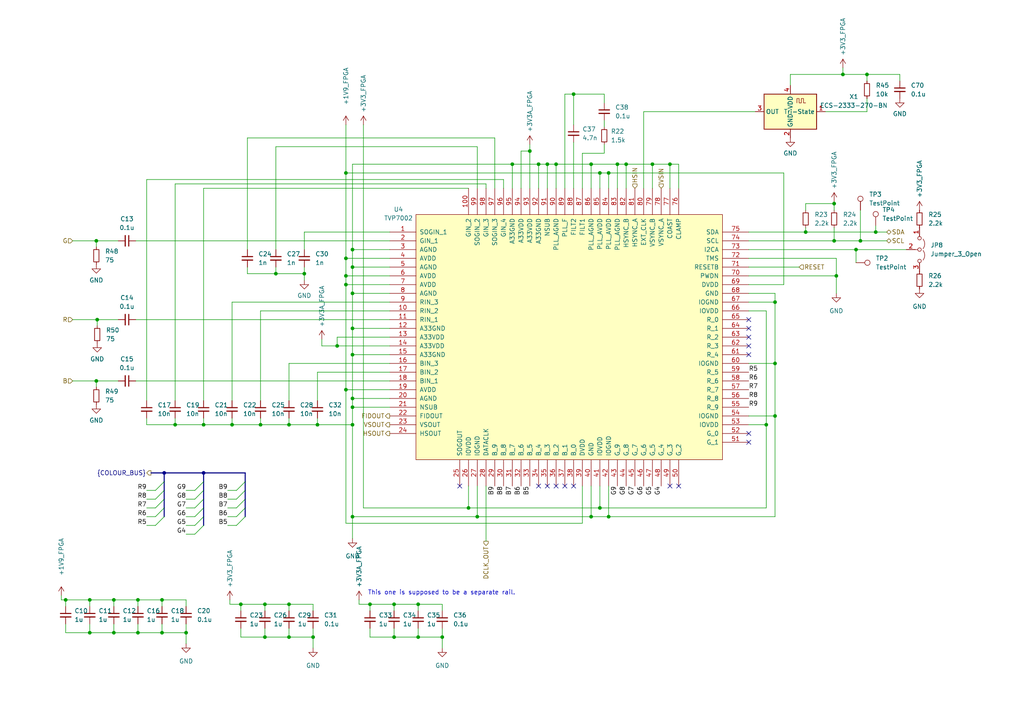
<source format=kicad_sch>
(kicad_sch (version 20211123) (generator eeschema)
  (paper "A4")
  (title_block (title "VGA Centrifuge") (date "2022-09-30") (rev "R1") (comment 1 "Author: Paolo Celati") (comment 2 "VGA ADC"))
  (junction (at 194.31 47.625))
  (junction (at 102.235 102.87))
  (junction (at 241.935 59.055))
  (junction (at 148.59 47.625))
  (junction (at 100.33 74.93))
  (junction (at 102.235 115.57))
  (junction (at 102.235 123.19))
  (junction (at 46.99 183.515))
  (junction (at 241.935 69.85))
  (junction (at 59.055 137.16))
  (junction (at 33.02 183.515))
  (junction (at 189.23 47.625))
  (junction (at 248.285 72.39))
  (junction (at 28.194 92.71))
  (junction (at 102.235 118.11))
  (junction (at 19.05 173.99))
  (junction (at 233.68 67.31))
  (junction (at 128.27 184.785))
  (junction (at 135.89 147.32))
  (junction (at 179.07 47.625))
  (junction (at 100.33 50.165))
  (junction (at 83.82 184.785))
  (junction (at 59.055 123.19))
  (junction (at 53.975 183.515))
  (junction (at 33.02 173.99))
  (junction (at 181.61 47.625))
  (junction (at 47.625 137.16))
  (junction (at 100.33 113.03))
  (junction (at 224.79 87.63))
  (junction (at 76.835 175.26))
  (junction (at 83.82 123.19))
  (junction (at 171.45 149.86))
  (junction (at 102.235 149.86))
  (junction (at 176.53 50.165))
  (junction (at 222.25 123.19))
  (junction (at 100.33 82.55))
  (junction (at 76.835 184.785))
  (junction (at 173.99 50.165))
  (junction (at 173.99 147.32))
  (junction (at 26.035 173.99))
  (junction (at 138.43 149.86))
  (junction (at 251.46 21.59))
  (junction (at 46.99 173.99))
  (junction (at 83.82 175.26))
  (junction (at 254 67.31))
  (junction (at 75.565 123.19))
  (junction (at 102.235 72.39))
  (junction (at 224.79 105.41))
  (junction (at 224.79 120.65))
  (junction (at 50.8 123.19))
  (junction (at 114.3 184.785))
  (junction (at 166.37 27.305))
  (junction (at 242.57 80.01))
  (junction (at 97.79 100.33))
  (junction (at 171.45 47.625))
  (junction (at 102.235 85.09))
  (junction (at 40.005 173.99))
  (junction (at 67.31 123.19))
  (junction (at 121.285 175.26))
  (junction (at 158.75 47.625))
  (junction (at 92.075 123.19))
  (junction (at 107.315 175.26))
  (junction (at 176.53 149.86))
  (junction (at 40.005 183.515))
  (junction (at 27.94 69.85))
  (junction (at 88.265 79.375))
  (junction (at 121.285 184.785))
  (junction (at 26.035 183.515))
  (junction (at 156.21 47.625))
  (junction (at 249.555 69.85))
  (junction (at 153.67 43.815))
  (junction (at 161.29 47.625))
  (junction (at 90.805 184.785))
  (junction (at 114.3 175.26))
  (junction (at 27.94 110.49))
  (junction (at 80.01 79.375))
  (junction (at 102.235 95.25))
  (junction (at 100.33 80.01))
  (junction (at 69.85 175.26))
  (junction (at 102.235 77.47))
  (junction (at 244.475 21.59))
  (no_connect (at 166.37 140.97))
  (no_connect (at 163.83 140.97))
  (no_connect (at 161.29 140.97))
  (no_connect (at 158.75 140.97))
  (no_connect (at 156.21 140.97))
  (no_connect (at 217.17 95.25))
  (no_connect (at 217.17 92.71))
  (no_connect (at 196.85 140.97))
  (no_connect (at 217.17 128.27))
  (no_connect (at 217.17 125.73))
  (no_connect (at 217.17 102.87))
  (no_connect (at 217.17 100.33))
  (no_connect (at 217.17 97.79))
  (no_connect (at 194.31 140.97))
  (no_connect (at 133.35 140.97))
  (bus_entry (at 56.515 142.24) (size 2.54 -2.54))
  (bus_entry (at 45.085 142.24) (size 2.54 -2.54))
  (bus_entry (at 45.085 152.4) (size 2.54 -2.54))
  (bus_entry (at 68.58 142.24) (size 2.54 -2.54))
  (bus_entry (at 56.515 147.32) (size 2.54 -2.54))
  (bus_entry (at 68.58 144.78) (size 2.54 -2.54))
  (bus_entry (at 56.515 149.86) (size 2.54 -2.54))
  (bus_entry (at 68.58 152.4) (size 2.54 -2.54))
  (bus_entry (at 45.085 147.32) (size 2.54 -2.54))
  (bus_entry (at 56.515 144.78) (size 2.54 -2.54))
  (bus_entry (at 56.515 152.4) (size 2.54 -2.54))
  (bus_entry (at 68.58 147.32) (size 2.54 -2.54))
  (bus_entry (at 45.085 149.86) (size 2.54 -2.54))
  (bus_entry (at 56.515 154.94) (size 2.54 -2.54))
  (bus_entry (at 45.085 144.78) (size 2.54 -2.54))
  (bus_entry (at 68.58 149.86) (size 2.54 -2.54))
  (wire (pts (xy 151.13 54.61) (xy 151.13 43.815)))
  (wire (pts (xy 217.17 72.39) (xy 248.285 72.39)))
  (wire (pts (xy 19.05 173.99) (xy 19.05 175.895)))
  (wire (pts (xy 83.82 177.165) (xy 83.82 175.26)))
  (wire (pts (xy 135.89 140.97) (xy 135.89 147.32)))
  (wire (pts (xy 217.17 120.65) (xy 224.79 120.65)))
  (bus (pts (xy 47.625 144.78) (xy 47.625 142.24)))
  (wire (pts (xy 113.03 87.63) (xy 67.31 87.63)))
  (wire (pts (xy 175.26 44.45) (xy 168.91 44.45)))
  (wire (pts (xy 50.8 53.34) (xy 140.97 53.34)))
  (wire (pts (xy 189.23 54.61) (xy 189.23 47.625)))
  (wire (pts (xy 107.315 175.26) (xy 107.315 177.165)))
  (wire (pts (xy 239.395 32.385) (xy 251.46 32.385)))
  (wire (pts (xy 181.61 47.625) (xy 189.23 47.625)))
  (wire (pts (xy 83.82 184.785) (xy 90.805 184.785)))
  (wire (pts (xy 173.99 50.165) (xy 176.53 50.165)))
  (wire (pts (xy 113.03 90.17) (xy 75.565 90.17)))
  (wire (pts (xy 156.21 54.61) (xy 156.21 47.625)))
  (wire (pts (xy 88.265 67.31) (xy 88.265 72.39)))
  (wire (pts (xy 143.51 54.61) (xy 143.51 40.005)))
  (wire (pts (xy 224.79 120.65) (xy 224.79 149.86)))
  (wire (pts (xy 100.33 36.195) (xy 100.33 50.165)))
  (wire (pts (xy 168.91 44.45) (xy 168.91 54.61)))
  (wire (pts (xy 26.035 173.99) (xy 33.02 173.99)))
  (wire (pts (xy 46.99 175.895) (xy 46.99 173.99)))
  (wire (pts (xy 102.235 118.11) (xy 113.03 118.11)))
  (bus (pts (xy 59.055 147.32) (xy 59.055 144.78)))
  (wire (pts (xy 241.935 58.42) (xy 241.935 59.055)))
  (bus (pts (xy 71.12 144.78) (xy 71.12 142.24)))
  (wire (pts (xy 260.985 21.59) (xy 251.46 21.59)))
  (wire (pts (xy 105.41 147.32) (xy 135.89 147.32)))
  (bus (pts (xy 71.12 149.86) (xy 71.12 147.32)))
  (wire (pts (xy 171.45 54.61) (xy 171.45 47.625)))
  (bus (pts (xy 47.625 139.7) (xy 47.625 137.16)))
  (wire (pts (xy 102.235 72.39) (xy 113.03 72.39)))
  (wire (pts (xy 76.835 184.785) (xy 83.82 184.785)))
  (wire (pts (xy 90.805 182.245) (xy 90.805 184.785)))
  (wire (pts (xy 83.82 182.245) (xy 83.82 184.785)))
  (wire (pts (xy 113.03 113.03) (xy 100.33 113.03)))
  (wire (pts (xy 100.33 82.55) (xy 100.33 113.03)))
  (wire (pts (xy 80.01 77.47) (xy 80.01 79.375)))
  (wire (pts (xy 42.545 147.32) (xy 45.085 147.32)))
  (wire (pts (xy 59.055 54.61) (xy 59.055 116.205)))
  (wire (pts (xy 121.285 177.165) (xy 121.285 175.26)))
  (wire (pts (xy 21.082 69.85) (xy 27.94 69.85)))
  (wire (pts (xy 42.545 123.19) (xy 50.8 123.19)))
  (wire (pts (xy 217.17 82.55) (xy 227.33 82.55)))
  (bus (pts (xy 59.055 144.78) (xy 59.055 142.24)))
  (wire (pts (xy 102.235 47.625) (xy 102.235 72.39)))
  (bus (pts (xy 59.055 149.86) (xy 59.055 147.32)))
  (wire (pts (xy 217.17 69.85) (xy 241.935 69.85)))
  (wire (pts (xy 176.53 50.165) (xy 227.33 50.165)))
  (bus (pts (xy 59.055 149.86) (xy 59.055 152.4)))
  (wire (pts (xy 254 67.31) (xy 257.175 67.31)))
  (wire (pts (xy 92.075 121.285) (xy 92.075 123.19)))
  (bus (pts (xy 71.12 139.7) (xy 71.12 137.16)))
  (wire (pts (xy 163.83 27.305) (xy 166.37 27.305)))
  (wire (pts (xy 233.68 59.055) (xy 233.68 60.96)))
  (wire (pts (xy 224.79 87.63) (xy 224.79 105.41)))
  (wire (pts (xy 217.17 80.01) (xy 242.57 80.01)))
  (wire (pts (xy 176.53 140.97) (xy 176.53 149.86)))
  (wire (pts (xy 26.035 175.895) (xy 26.035 173.99)))
  (wire (pts (xy 224.79 85.09) (xy 224.79 87.63)))
  (wire (pts (xy 71.755 77.47) (xy 71.755 79.375)))
  (wire (pts (xy 33.02 183.515) (xy 40.005 183.515)))
  (wire (pts (xy 100.33 80.01) (xy 100.33 82.55)))
  (wire (pts (xy 67.31 87.63) (xy 67.31 116.205)))
  (wire (pts (xy 171.45 47.625) (xy 179.07 47.625)))
  (wire (pts (xy 138.43 54.61) (xy 138.43 42.545)))
  (wire (pts (xy 66.04 149.86) (xy 68.58 149.86)))
  (wire (pts (xy 40.005 173.99) (xy 46.99 173.99)))
  (wire (pts (xy 146.05 54.61) (xy 146.05 52.07)))
  (bus (pts (xy 47.625 147.32) (xy 47.625 144.78)))
  (wire (pts (xy 114.3 175.26) (xy 121.285 175.26)))
  (wire (pts (xy 40.005 180.975) (xy 40.005 183.515)))
  (wire (pts (xy 53.975 154.94) (xy 56.515 154.94)))
  (wire (pts (xy 107.315 182.245) (xy 107.315 184.785)))
  (wire (pts (xy 28.194 94.488) (xy 28.194 92.71)))
  (wire (pts (xy 88.265 79.375) (xy 88.265 81.28)))
  (wire (pts (xy 175.26 27.305) (xy 166.37 27.305)))
  (wire (pts (xy 26.035 180.975) (xy 26.035 183.515)))
  (wire (pts (xy 27.94 112.268) (xy 27.94 110.49)))
  (bus (pts (xy 59.055 142.24) (xy 59.055 139.7)))
  (wire (pts (xy 107.315 175.26) (xy 114.3 175.26)))
  (wire (pts (xy 217.17 85.09) (xy 224.79 85.09)))
  (wire (pts (xy 53.975 152.4) (xy 56.515 152.4)))
  (wire (pts (xy 21.082 110.49) (xy 27.94 110.49)))
  (wire (pts (xy 102.235 149.86) (xy 102.235 156.21)))
  (wire (pts (xy 107.315 175.26) (xy 104.14 175.26)))
  (wire (pts (xy 217.17 90.17) (xy 222.25 90.17)))
  (wire (pts (xy 33.02 173.99) (xy 40.005 173.99)))
  (wire (pts (xy 249.555 69.85) (xy 257.175 69.85)))
  (wire (pts (xy 189.23 47.625) (xy 194.31 47.625)))
  (wire (pts (xy 17.78 172.72) (xy 17.78 173.99)))
  (wire (pts (xy 69.85 175.26) (xy 69.85 177.165)))
  (wire (pts (xy 128.27 182.245) (xy 128.27 184.785)))
  (wire (pts (xy 27.94 110.49) (xy 34.29 110.49)))
  (wire (pts (xy 153.67 41.91) (xy 153.67 43.815)))
  (wire (pts (xy 113.03 74.93) (xy 100.33 74.93)))
  (wire (pts (xy 128.27 184.785) (xy 128.27 187.96)))
  (wire (pts (xy 102.235 115.57) (xy 102.235 118.11)))
  (wire (pts (xy 66.04 144.78) (xy 68.58 144.78)))
  (wire (pts (xy 217.17 87.63) (xy 224.79 87.63)))
  (wire (pts (xy 69.85 175.26) (xy 66.675 175.26)))
  (wire (pts (xy 114.3 182.245) (xy 114.3 184.785)))
  (wire (pts (xy 179.07 47.625) (xy 181.61 47.625)))
  (wire (pts (xy 42.545 121.285) (xy 42.545 123.19)))
  (wire (pts (xy 168.91 140.97) (xy 168.91 151.765)))
  (wire (pts (xy 100.33 50.165) (xy 173.99 50.165)))
  (wire (pts (xy 59.055 121.285) (xy 59.055 123.19)))
  (wire (pts (xy 143.51 40.005) (xy 71.755 40.005)))
  (wire (pts (xy 175.26 41.91) (xy 175.26 44.45)))
  (wire (pts (xy 53.975 147.32) (xy 56.515 147.32)))
  (wire (pts (xy 244.475 19.685) (xy 244.475 21.59)))
  (wire (pts (xy 114.3 184.785) (xy 121.285 184.785)))
  (wire (pts (xy 140.97 53.34) (xy 140.97 54.61)))
  (wire (pts (xy 242.57 74.93) (xy 242.57 80.01)))
  (wire (pts (xy 102.235 95.25) (xy 102.235 102.87)))
  (wire (pts (xy 242.57 80.01) (xy 242.57 85.09)))
  (wire (pts (xy 69.85 182.245) (xy 69.85 184.785)))
  (wire (pts (xy 156.21 47.625) (xy 158.75 47.625)))
  (wire (pts (xy 100.33 50.165) (xy 100.33 74.93)))
  (wire (pts (xy 53.975 149.86) (xy 56.515 149.86)))
  (wire (pts (xy 83.82 121.285) (xy 83.82 123.19)))
  (wire (pts (xy 217.17 67.31) (xy 233.68 67.31)))
  (wire (pts (xy 102.235 77.47) (xy 102.235 72.39)))
  (wire (pts (xy 83.82 105.41) (xy 83.82 116.205)))
  (wire (pts (xy 92.075 107.95) (xy 92.075 116.205)))
  (wire (pts (xy 102.235 77.47) (xy 113.03 77.47)))
  (wire (pts (xy 138.43 140.97) (xy 138.43 149.86)))
  (wire (pts (xy 254 65.405) (xy 254 67.31)))
  (wire (pts (xy 219.075 32.385) (xy 186.69 32.385)))
  (wire (pts (xy 53.975 142.24) (xy 56.515 142.24)))
  (wire (pts (xy 121.285 175.26) (xy 128.27 175.26)))
  (wire (pts (xy 59.055 123.19) (xy 67.31 123.19)))
  (wire (pts (xy 88.265 77.47) (xy 88.265 79.375)))
  (wire (pts (xy 251.46 21.59) (xy 244.475 21.59)))
  (wire (pts (xy 224.79 105.41) (xy 224.79 120.65)))
  (wire (pts (xy 53.975 144.78) (xy 56.515 144.78)))
  (wire (pts (xy 102.235 47.625) (xy 148.59 47.625)))
  (wire (pts (xy 90.805 177.165) (xy 90.805 175.26)))
  (wire (pts (xy 100.33 113.03) (xy 100.33 151.765)))
  (wire (pts (xy 105.41 36.195) (xy 105.41 147.32)))
  (wire (pts (xy 135.89 147.32) (xy 173.99 147.32)))
  (wire (pts (xy 42.545 152.4) (xy 45.085 152.4)))
  (wire (pts (xy 171.45 149.86) (xy 176.53 149.86)))
  (wire (pts (xy 121.285 182.245) (xy 121.285 184.785)))
  (wire (pts (xy 113.03 97.79) (xy 97.79 97.79)))
  (wire (pts (xy 83.82 175.26) (xy 90.805 175.26)))
  (wire (pts (xy 114.3 177.165) (xy 114.3 175.26)))
  (wire (pts (xy 173.99 54.61) (xy 173.99 50.165)))
  (wire (pts (xy 166.37 27.305) (xy 166.37 36.195)))
  (wire (pts (xy 107.315 184.785) (xy 114.3 184.785)))
  (wire (pts (xy 140.97 140.97) (xy 140.97 156.972)))
  (wire (pts (xy 217.17 123.19) (xy 222.25 123.19)))
  (wire (pts (xy 71.755 40.005) (xy 71.755 72.39)))
  (wire (pts (xy 227.33 82.55) (xy 227.33 50.165)))
  (wire (pts (xy 135.89 54.61) (xy 59.055 54.61)))
  (wire (pts (xy 102.235 123.19) (xy 102.235 149.86)))
  (wire (pts (xy 76.835 177.165) (xy 76.835 175.26)))
  (wire (pts (xy 244.475 21.59) (xy 229.235 21.59)))
  (wire (pts (xy 176.53 54.61) (xy 176.53 50.165)))
  (wire (pts (xy 121.285 184.785) (xy 128.27 184.785)))
  (wire (pts (xy 66.04 147.32) (xy 68.58 147.32)))
  (wire (pts (xy 28.194 92.71) (xy 34.29 92.71)))
  (wire (pts (xy 248.285 72.39) (xy 262.89 72.39)))
  (wire (pts (xy 39.37 92.71) (xy 113.03 92.71)))
  (bus (pts (xy 59.055 139.7) (xy 59.055 137.16)))
  (wire (pts (xy 40.005 183.515) (xy 46.99 183.515)))
  (wire (pts (xy 146.05 52.07) (xy 42.545 52.07)))
  (wire (pts (xy 186.69 32.385) (xy 186.69 54.61)))
  (wire (pts (xy 153.67 43.815) (xy 153.67 54.61)))
  (wire (pts (xy 69.85 184.785) (xy 76.835 184.785)))
  (wire (pts (xy 148.59 47.625) (xy 156.21 47.625)))
  (wire (pts (xy 39.37 110.49) (xy 113.03 110.49)))
  (wire (pts (xy 251.46 23.495) (xy 251.46 21.59)))
  (wire (pts (xy 40.005 175.895) (xy 40.005 173.99)))
  (wire (pts (xy 71.755 79.375) (xy 80.01 79.375)))
  (wire (pts (xy 161.29 47.625) (xy 171.45 47.625)))
  (wire (pts (xy 80.01 42.545) (xy 80.01 72.39)))
  (wire (pts (xy 233.68 66.04) (xy 233.68 67.31)))
  (wire (pts (xy 50.8 121.285) (xy 50.8 123.19)))
  (wire (pts (xy 113.03 107.95) (xy 92.075 107.95)))
  (wire (pts (xy 92.075 123.19) (xy 102.235 123.19)))
  (wire (pts (xy 113.03 105.41) (xy 83.82 105.41)))
  (wire (pts (xy 102.235 102.87) (xy 102.235 115.57)))
  (wire (pts (xy 241.935 60.96) (xy 241.935 59.055)))
  (wire (pts (xy 93.345 100.33) (xy 93.345 98.425)))
  (wire (pts (xy 19.05 183.515) (xy 26.035 183.515)))
  (wire (pts (xy 75.565 90.17) (xy 75.565 116.205)))
  (wire (pts (xy 158.75 47.625) (xy 161.29 47.625)))
  (bus (pts (xy 47.625 137.16) (xy 59.055 137.16)))
  (wire (pts (xy 53.975 175.895) (xy 53.975 173.99)))
  (wire (pts (xy 46.99 183.515) (xy 53.975 183.515)))
  (wire (pts (xy 42.545 142.24) (xy 45.085 142.24)))
  (wire (pts (xy 113.03 115.57) (xy 102.235 115.57)))
  (wire (pts (xy 53.975 183.515) (xy 53.975 186.69)))
  (wire (pts (xy 42.545 149.86) (xy 45.085 149.86)))
  (wire (pts (xy 217.17 105.41) (xy 224.79 105.41)))
  (wire (pts (xy 113.03 82.55) (xy 100.33 82.55)))
  (wire (pts (xy 83.82 123.19) (xy 92.075 123.19)))
  (wire (pts (xy 90.805 184.785) (xy 90.805 187.96)))
  (wire (pts (xy 102.235 102.87) (xy 113.03 102.87)))
  (bus (pts (xy 71.12 147.32) (xy 71.12 144.78)))
  (wire (pts (xy 102.235 118.11) (xy 102.235 123.19)))
  (wire (pts (xy 67.31 121.285) (xy 67.31 123.19)))
  (wire (pts (xy 173.99 140.97) (xy 173.99 147.32)))
  (wire (pts (xy 67.31 123.19) (xy 75.565 123.19)))
  (wire (pts (xy 217.17 74.93) (xy 242.57 74.93)))
  (wire (pts (xy 229.235 21.59) (xy 229.235 24.765)))
  (wire (pts (xy 128.27 177.165) (xy 128.27 175.26)))
  (wire (pts (xy 33.02 180.975) (xy 33.02 183.515)))
  (wire (pts (xy 76.835 182.245) (xy 76.835 184.785)))
  (wire (pts (xy 233.68 67.31) (xy 254 67.31)))
  (wire (pts (xy 80.01 79.375) (xy 88.265 79.375)))
  (wire (pts (xy 181.61 54.61) (xy 181.61 47.625)))
  (wire (pts (xy 158.75 54.61) (xy 158.75 47.625)))
  (wire (pts (xy 33.02 173.99) (xy 33.02 175.895)))
  (wire (pts (xy 113.03 95.25) (xy 102.235 95.25)))
  (wire (pts (xy 97.79 100.33) (xy 93.345 100.33)))
  (bus (pts (xy 59.055 137.16) (xy 71.12 137.16)))
  (wire (pts (xy 161.29 54.61) (xy 161.29 47.625)))
  (wire (pts (xy 76.835 175.26) (xy 83.82 175.26)))
  (wire (pts (xy 27.94 69.85) (xy 34.29 69.85)))
  (wire (pts (xy 50.8 53.34) (xy 50.8 116.205)))
  (wire (pts (xy 260.985 23.495) (xy 260.985 21.59)))
  (wire (pts (xy 241.935 66.04) (xy 241.935 69.85)))
  (wire (pts (xy 171.45 140.97) (xy 171.45 149.86)))
  (wire (pts (xy 222.25 123.19) (xy 222.25 147.32)))
  (wire (pts (xy 50.8 123.19) (xy 59.055 123.19)))
  (wire (pts (xy 241.935 69.85) (xy 249.555 69.85)))
  (wire (pts (xy 196.85 54.61) (xy 196.85 47.625)))
  (wire (pts (xy 66.04 142.24) (xy 68.58 142.24)))
  (wire (pts (xy 175.26 29.845) (xy 175.26 27.305)))
  (wire (pts (xy 19.05 173.99) (xy 26.035 173.99)))
  (wire (pts (xy 26.035 183.515) (xy 33.02 183.515)))
  (wire (pts (xy 42.545 52.07) (xy 42.545 116.205)))
  (wire (pts (xy 75.565 123.19) (xy 83.82 123.19)))
  (wire (pts (xy 113.03 85.09) (xy 102.235 85.09)))
  (bus (pts (xy 47.625 149.86) (xy 47.625 147.32)))
  (wire (pts (xy 17.78 173.99) (xy 19.05 173.99)))
  (bus (pts (xy 47.625 142.24) (xy 47.625 139.7)))
  (wire (pts (xy 241.935 59.055) (xy 233.68 59.055)))
  (wire (pts (xy 194.31 54.61) (xy 194.31 47.625)))
  (bus (pts (xy 43.815 137.16) (xy 47.625 137.16)))
  (wire (pts (xy 148.59 54.61) (xy 148.59 47.625)))
  (wire (pts (xy 88.265 67.31) (xy 113.03 67.31)))
  (wire (pts (xy 194.31 47.625) (xy 196.85 47.625)))
  (wire (pts (xy 179.07 54.61) (xy 179.07 47.625)))
  (wire (pts (xy 66.675 173.99) (xy 66.675 175.26)))
  (wire (pts (xy 75.565 121.285) (xy 75.565 123.19)))
  (wire (pts (xy 166.37 41.275) (xy 166.37 54.61)))
  (wire (pts (xy 27.94 71.628) (xy 27.94 69.85)))
  (wire (pts (xy 66.04 152.4) (xy 68.58 152.4)))
  (wire (pts (xy 251.46 32.385) (xy 251.46 28.575)))
  (wire (pts (xy 102.235 77.47) (xy 102.235 85.09)))
  (wire (pts (xy 175.26 34.925) (xy 175.26 36.83)))
  (wire (pts (xy 102.235 85.09) (xy 102.235 95.25)))
  (wire (pts (xy 46.99 180.975) (xy 46.99 183.515)))
  (wire (pts (xy 69.85 175.26) (xy 76.835 175.26)))
  (wire (pts (xy 248.285 72.39) (xy 248.285 76.2)))
  (wire (pts (xy 173.99 147.32) (xy 222.25 147.32)))
  (wire (pts (xy 39.37 69.85) (xy 113.03 69.85)))
  (wire (pts (xy 42.545 144.78) (xy 45.085 144.78)))
  (wire (pts (xy 102.235 149.86) (xy 138.43 149.86)))
  (wire (pts (xy 53.975 180.975) (xy 53.975 183.515)))
  (wire (pts (xy 231.775 77.47) (xy 217.17 77.47)))
  (wire (pts (xy 222.25 90.17) (xy 222.25 123.19)))
  (wire (pts (xy 163.83 54.61) (xy 163.83 27.305)))
  (wire (pts (xy 138.43 42.545) (xy 80.01 42.545)))
  (wire (pts (xy 100.33 74.93) (xy 100.33 80.01)))
  (wire (pts (xy 97.79 97.79) (xy 97.79 100.33)))
  (wire (pts (xy 104.14 173.99) (xy 104.14 175.26)))
  (wire (pts (xy 113.03 100.33) (xy 97.79 100.33)))
  (wire (pts (xy 249.555 60.96) (xy 249.555 69.85)))
  (wire (pts (xy 151.13 43.815) (xy 153.67 43.815)))
  (wire (pts (xy 46.99 173.99) (xy 53.975 173.99)))
  (wire (pts (xy 19.05 180.975) (xy 19.05 183.515)))
  (wire (pts (xy 113.03 80.01) (xy 100.33 80.01)))
  (bus (pts (xy 71.12 142.24) (xy 71.12 139.7)))
  (wire (pts (xy 224.79 149.86) (xy 176.53 149.86)))
  (wire (pts (xy 21.082 92.71) (xy 28.194 92.71)))
  (wire (pts (xy 168.91 151.765) (xy 100.33 151.765)))
  (wire (pts (xy 138.43 149.86) (xy 171.45 149.86)))
  (text "This one is supposed to be a separate rail." (at 106.68 172.72 0) (effects (font (size 1.27 1.27)) (justify left bottom)))
  (label "R8" (at 42.545 144.78 180))
  (label "R9" (at 217.17 118.11 0))
  (label "G7" (at 184.15 140.97 270))
  (label "B9" (at 66.04 142.24 180))
  (label "B7" (at 66.04 147.32 180))
  (label "R7" (at 42.545 147.32 180))
  (label "B8" (at 146.05 140.97 270))
  (label "G4" (at 53.975 154.94 180))
  (label "G5" (at 189.23 140.97 270))
  (label "B5" (at 66.04 152.4 180))
  (label "R5" (at 42.545 152.4 180))
  (label "B7" (at 148.59 140.97 270))
  (label "R6" (at 217.17 110.49 0))
  (label "R5" (at 217.17 107.95 0))
  (label "G8" (at 53.975 144.78 180))
  (label "G7" (at 53.975 147.32 180))
  (label "R7" (at 217.17 113.03 0))
  (label "B5" (at 153.67 140.97 270))
  (label "B6" (at 66.04 149.86 180))
  (label "B8" (at 66.04 144.78 180))
  (label "G6" (at 53.975 149.86 180))
  (label "G6" (at 186.69 140.97 270))
  (label "B6" (at 151.13 140.97 270))
  (label "G8" (at 181.61 140.97 270))
  (label "G9" (at 53.975 142.24 180))
  (label "G9" (at 179.07 140.97 270))
  (label "R8" (at 217.17 115.57 0))
  (label "G4" (at 191.77 140.97 270))
  (label "R6" (at 42.545 149.86 180))
  (label "G5" (at 53.975 152.4 180))
  (label "R9" (at 42.545 142.24 180))
  (label "B9" (at 143.51 140.97 270))
  (hierarchical_label "SDA" (shape tri_state) (at 257.175 67.31 0))
  (hierarchical_label "G" (shape input) (at 21.082 69.85 180))
  (hierarchical_label "HSOUT" (shape output) (at 113.03 125.73 180))
  (hierarchical_label "FIDOUT" (shape output) (at 113.03 120.65 180))
  (hierarchical_label "{COLOUR_BUS}" (shape output) (at 43.815 137.16 180))
  (hierarchical_label "RESET" (shape input) (at 231.775 77.47 0))
  (hierarchical_label "R" (shape input) (at 21.082 92.71 180))
  (hierarchical_label "B" (shape input) (at 21.082 110.49 180))
  (hierarchical_label "HSIN" (shape input) (at 184.15 54.61 90))
  (hierarchical_label "SCL" (shape tri_state) (at 257.175 69.85 0))
  (hierarchical_label "VSIN" (shape input) (at 191.77 54.61 90))
  (hierarchical_label "VSOUT" (shape output) (at 113.03 123.19 180))
  (hierarchical_label "DCLK_OUT" (shape output) (at 140.97 156.972 270))
  (symbol (lib_id "power:GND") (at 229.235 40.005 0) (unit 1)
    (property "Reference" "#PWR0149" (effects hide))
    (property "Value" "GND" (at 229.235 44.45 0))
  )
  (symbol (lib_id "power:GND") (at 266.7 83.82 0) (unit 1)
    (property "Reference" "#PWR0146" (effects hide))
    (property "Value" "GND" (at 266.7 88.9 0))
  )
  (symbol (lib_id "Device:R_Small") (at 241.935 63.5 0) (unit 1)
    (property "Reference" "R24" (at 244.475 62.2299 0) (effects (justify left)))
    (property "Value" "2.2k" (at 244.475 64.7699 0) (effects (justify left)))
    (property "Footprint" "Resistor_SMD:R_0805_2012Metric_Pad1.20x1.40mm_HandSolder" (effects hide))
    (property "Order Page" "https://no.mouser.com/ProductDetail/Vishay-Dale/CRCW08052K20FKEB?qs=sGAEpiMZZMtlubZbdhIBINvvmcV35a3LmL3hFYkil7g%3D" (effects hide))
  )
  (symbol (lib_id "centrifuge_symbols:+3V3_FPGA") (at 105.41 36.195 0) (unit 1)
    (property "Reference" "#PWR0152" (effects hide))
    (property "Value" "+3V3_FPGA" (at 105.41 32.639 90) (effects (justify left)))
  )
  (symbol (lib_id "Device:C_Small") (at 71.755 74.93 0) (unit 1)
    (property "Reference" "C24" (at 74.93 73.6662 0) (effects (justify left)))
    (property "Value" "1n" (at 74.93 76.2 0) (effects (justify left)))
    (property "Footprint" "Capacitor_SMD:C_0805_2012Metric_Pad1.18x1.45mm_HandSolder" (effects hide))
    (property "Order Page" "https://no.mouser.com/ProductDetail/Walsin/0805B102K250CT?qs=sGAEpiMZZMsh%252B1woXyUXj8%252BuSINP6VixdLYtOO%252BzoyM%3D" (effects hide))
  )
  (symbol (lib_id "Device:R_Small") (at 266.7 81.28 0) (unit 1)
    (property "Reference" "R26" (at 269.24 80.0099 0) (effects (justify left)))
    (property "Value" "2.2k" (at 269.24 82.5499 0) (effects (justify left)))
    (property "Footprint" "Resistor_SMD:R_0805_2012Metric_Pad1.20x1.40mm_HandSolder" (effects hide))
    (property "Order Page" "https://no.mouser.com/ProductDetail/Vishay-Dale/CRCW08052K20FKEB?qs=sGAEpiMZZMtlubZbdhIBINvvmcV35a3LmL3hFYkil7g%3D" (effects hide))
  )
  (symbol (lib_id "Device:C_Small") (at 33.02 178.435 0) (unit 1)
    (property "Reference" "C12" (at 35.56 177.1712 0) (effects (justify left)))
    (property "Value" "1u" (at 35.56 179.7112 0) (effects (justify left)))
    (property "Footprint" "Capacitor_SMD:C_0805_2012Metric_Pad1.18x1.45mm_HandSolder" (effects hide))
    (property "Order Page" "https://no.mouser.com/ProductDetail/Walsin/0805X105K100CT?qs=sGAEpiMZZMsh%252B1woXyUXj6GIMbU2VNPkBXHihtGsekQ%3D" (effects hide))
  )
  (symbol (lib_id "Device:C_Small") (at 36.83 92.71 270) (unit 1)
    (property "Reference" "C14" (at 36.8236 86.36 90))
    (property "Value" "0.1u" (at 36.8236 88.9 90))
    (property "Footprint" "Capacitor_SMD:C_0805_2012Metric_Pad1.18x1.45mm_HandSolder" (effects hide))
    (property "Order Page" "https://no.mouser.com/ProductDetail/Samsung-Electro-Mechanics/CL21F104ZBANNNC?qs=sGAEpiMZZMsh%252B1woXyUXjxqcB7t9naYp2FQ5fpmTNBQ%3D" (effects hide))
  )
  (symbol (lib_id "Device:C_Small") (at 76.835 179.705 0) (unit 1)
    (property "Reference" "C26" (at 79.375 178.4412 0) (effects (justify left)))
    (property "Value" "1u" (at 79.375 180.9812 0) (effects (justify left)))
    (property "Footprint" "Capacitor_SMD:C_0805_2012Metric_Pad1.18x1.45mm_HandSolder" (effects hide))
    (property "Order Page" "https://no.mouser.com/ProductDetail/Walsin/0805X105K100CT?qs=sGAEpiMZZMsh%252B1woXyUXj6GIMbU2VNPkBXHihtGsekQ%3D" (effects hide))
  )
  (symbol (lib_id "centrifuge_symbols:+3V3_FPGA") (at 266.7 60.96 0) (unit 1)
    (property "Reference" "#PWR0145" (effects hide))
    (property "Value" "+3V3_FPGA" (at 266.7 57.404 90) (effects (justify left)))
  )
  (symbol (lib_id "Device:C_Small") (at 121.285 179.705 0) (unit 1)
    (property "Reference" "C35" (at 123.825 178.4412 0) (effects (justify left)))
    (property "Value" "1u" (at 123.825 180.9812 0) (effects (justify left)))
    (property "Footprint" "Capacitor_SMD:C_0805_2012Metric_Pad1.18x1.45mm_HandSolder" (effects hide))
    (property "Order Page" "https://no.mouser.com/ProductDetail/Walsin/0805X105K100CT?qs=sGAEpiMZZMsh%252B1woXyUXj6GIMbU2VNPkBXHihtGsekQ%3D" (effects hide))
  )
  (symbol (lib_id "centrifuge_symbols:ECS-2333-xxx-xx") (at 229.235 32.385 0) (mirror y) (unit 1)
    (property "Reference" "X1" (at 247.65 28.0543 0))
    (property "Value" "ECS-2333-270-BN" (at 247.65 30.5943 0))
    (property "Footprint" "Oscillator:Oscillator_SMD_EuroQuartz_XO32-4Pin_3.2x2.5mm_HandSoldering" (effects hide))
    (property "Datasheet" "https://no.mouser.com/datasheet/2/122/ecs-2325-2333-8384.pdf" (effects hide))
    (property "Order Page" "https://no.mouser.com/ProductDetail/ECS/ECS-2333-270-BN-TR?qs=sGAEpiMZZMtldj7qu1ydrZOU5ETvZ1Oe%2F6OnFhq35YA%3D" (effects hide))
  )
  (symbol (lib_id "Jumper:Jumper_3_Open") (at 266.7 72.39 270) (unit 1)
    (property "Reference" "JP8" (at 269.875 71.1199 90) (effects (justify left)))
    (property "Value" "Jumper_3_Open" (at 269.875 73.6599 90) (effects (justify left)))
    (property "Footprint" "Jumper:SolderJumper-3_P1.3mm_Open_Pad1.0x1.5mm_NumberLabels" (effects hide))
  )
  (symbol (lib_id "Device:C_Small") (at 83.82 118.745 0) (unit 1)
    (property "Reference" "C28" (at 86.995 117.4812 0) (effects (justify left)))
    (property "Value" "10n" (at 86.995 120.015 0) (effects (justify left)))
    (property "Footprint" "Capacitor_SMD:C_0805_2012Metric_Pad1.18x1.45mm_HandSolder" (effects hide))
    (property "Order Page" "https://no.mouser.com/ProductDetail/YAGEO/CC0805MRX7R9BB103?qs=57cj7OiSijmskACsiRh84g%3D%3D" (effects hide))
  )
  (symbol (lib_id "Device:C_Small") (at 53.975 178.435 0) (unit 1)
    (property "Reference" "C20" (at 57.15 177.1712 0) (effects (justify left)))
    (property "Value" "0.1u" (at 57.15 179.7112 0) (effects (justify left)))
    (property "Footprint" "Capacitor_SMD:C_0805_2012Metric_Pad1.18x1.45mm_HandSolder" (effects hide))
    (property "Order Page" "https://no.mouser.com/ProductDetail/Samsung-Electro-Mechanics/CL21F104ZBANNNC?qs=sGAEpiMZZMsh%252B1woXyUXjxqcB7t9naYp2FQ5fpmTNBQ%3D" (effects hide))
  )
  (symbol (lib_id "power:GND") (at 128.27 187.96 0) (unit 1)
    (property "Reference" "#PWR0139" (effects hide))
    (property "Value" "GND" (at 128.27 193.04 0))
  )
  (symbol (lib_id "Device:R_Small") (at 27.94 74.168 0) (unit 1)
    (property "Reference" "R48" (at 30.48 72.8979 0) (effects (justify left)))
    (property "Value" "75" (at 30.48 75.4379 0) (effects (justify left)))
    (property "Footprint" "Resistor_SMD:R_0805_2012Metric_Pad1.20x1.40mm_HandSolder" (effects hide))
    (property "Order Page" "https://no.mouser.com/ProductDetail/YAGEO/RC0805FR-0775RL?qs=sGAEpiMZZMtlubZbdhIBIDa%2FhYjOd3Y%252Bd6foRqflA8g%3D" (effects hide))
  )
  (symbol (lib_id "Connector:TestPoint") (at 249.555 60.96 0) (unit 1)
    (property "Reference" "TP3" (at 252.095 56.3879 0) (effects (justify left)))
    (property "Value" "TestPoint" (at 252.095 58.9279 0) (effects (justify left)))
    (property "Footprint" "TestPoint:TestPoint_Keystone_5015_Micro-Minature" (effects hide))
    (property "Order Page" "https://no.mouser.com/ProductDetail/Keystone-Electronics/5015?qs=qOqV1E1P08ShW56PtUq2FA%3D%3D" (effects hide))
  )
  (symbol (lib_id "power:GND") (at 242.57 85.09 0) (unit 1)
    (property "Reference" "#PWR0147" (effects hide))
    (property "Value" "GND" (at 242.57 90.17 0))
  )
  (symbol (lib_id "Device:C_Small") (at 83.82 179.705 0) (unit 1)
    (property "Reference" "C29" (at 86.36 178.4412 0) (effects (justify left)))
    (property "Value" "1u" (at 86.36 180.9812 0) (effects (justify left)))
    (property "Footprint" "Capacitor_SMD:C_0805_2012Metric_Pad1.18x1.45mm_HandSolder" (effects hide))
    (property "Order Page" "https://no.mouser.com/ProductDetail/Walsin/0805X105K100CT?qs=sGAEpiMZZMsh%252B1woXyUXj6GIMbU2VNPkBXHihtGsekQ%3D" (effects hide))
  )
  (symbol (lib_id "Device:C_Small") (at 50.8 118.745 0) (unit 1)
    (property "Reference" "C19" (at 53.975 117.4812 0) (effects (justify left)))
    (property "Value" "10n" (at 53.975 120.015 0) (effects (justify left)))
    (property "Footprint" "Capacitor_SMD:C_0805_2012Metric_Pad1.18x1.45mm_HandSolder" (effects hide))
    (property "Order Page" "https://no.mouser.com/ProductDetail/YAGEO/CC0805MRX7R9BB103?qs=57cj7OiSijmskACsiRh84g%3D%3D" (effects hide))
  )
  (symbol (lib_id "centrifuge_symbols:+1V9_FPGA") (at 100.33 36.195 0) (unit 1)
    (property "Reference" "#PWR0151" (effects hide))
    (property "Value" "+1V9_FPGA" (at 100.33 30.48 90) (effects (justify left)))
  )
  (symbol (lib_id "Device:R_Small") (at 175.26 39.37 0) (unit 1)
    (property "Reference" "R22" (at 177.165 38.0999 0) (effects (justify left)))
    (property "Value" "1.5k" (at 177.165 40.6399 0) (effects (justify left)))
    (property "Footprint" "Resistor_SMD:R_0805_2012Metric_Pad1.20x1.40mm_HandSolder" (effects hide))
    (property "Order Page" "https://no.mouser.com/ProductDetail/YAGEO/RE0805FRE071K5L?qs=sGAEpiMZZMtlubZbdhIBIIzXXd8RXMQ1%252BSKycdKeSJg%3D" (effects hide))
  )
  (symbol (lib_id "power:GND") (at 53.975 186.69 0) (unit 1)
    (property "Reference" "#PWR0135" (effects hide))
    (property "Value" "GND" (at 53.975 191.77 0))
  )
  (symbol (lib_id "centrifuge_symbols:TVP7002") (at 165.1 97.79 0) (unit 1)
    (property "Reference" "U4" (at 115.57 60.7312 0))
    (property "Value" "TVP7002" (at 115.57 63.2712 0))
    (property "Footprint" "centrifuge footprints:TQFP-100-1EP_14x14mm_P0.5mm_EP5x5mm_ThermalVias_elprint" (effects hide))
    (property "Datasheet" "https://www.ti.com/lit/ds/symlink/tvp7002.pdf" (effects hide))
  )
  (symbol (lib_id "Device:C_Small") (at 69.85 179.705 0) (unit 1)
    (property "Reference" "C23" (at 72.39 178.4412 0) (effects (justify left)))
    (property "Value" "1u" (at 72.39 180.9812 0) (effects (justify left)))
    (property "Footprint" "Capacitor_SMD:C_0805_2012Metric_Pad1.18x1.45mm_HandSolder" (effects hide))
    (property "Order Page" "https://no.mouser.com/ProductDetail/Walsin/0805X105K100CT?qs=sGAEpiMZZMsh%252B1woXyUXj6GIMbU2VNPkBXHihtGsekQ%3D" (effects hide))
  )
  (symbol (lib_id "Device:R_Small") (at 233.68 63.5 0) (unit 1)
    (property "Reference" "R23" (at 236.22 62.2299 0) (effects (justify left)))
    (property "Value" "2.2k" (at 236.22 64.7699 0) (effects (justify left)))
    (property "Footprint" "Resistor_SMD:R_0805_2012Metric_Pad1.20x1.40mm_HandSolder" (effects hide))
    (property "Order Page" "https://no.mouser.com/ProductDetail/Vishay-Dale/CRCW08052K20FKEB?qs=sGAEpiMZZMtlubZbdhIBINvvmcV35a3LmL3hFYkil7g%3D" (effects hide))
  )
  (symbol (lib_id "power:GND") (at 27.94 117.348 0) (unit 1)
    (property "Reference" "#PWR0226" (effects hide))
    (property "Value" "GND" (at 27.94 121.92 0))
  )
  (symbol (lib_id "Device:C_Small") (at 46.99 178.435 0) (unit 1)
    (property "Reference" "C18" (at 49.53 177.1712 0) (effects (justify left)))
    (property "Value" "1u" (at 49.53 179.7112 0) (effects (justify left)))
    (property "Footprint" "Capacitor_SMD:C_0805_2012Metric_Pad1.18x1.45mm_HandSolder" (effects hide))
    (property "Order Page" "https://no.mouser.com/ProductDetail/Walsin/0805X105K100CT?qs=sGAEpiMZZMsh%252B1woXyUXj6GIMbU2VNPkBXHihtGsekQ%3D" (effects hide))
  )
  (symbol (lib_id "Device:C_Small") (at 90.805 179.705 0) (unit 1)
    (property "Reference" "C31" (at 93.98 178.4412 0) (effects (justify left)))
    (property "Value" "0.1u" (at 93.98 180.9812 0) (effects (justify left)))
    (property "Footprint" "Capacitor_SMD:C_0805_2012Metric_Pad1.18x1.45mm_HandSolder" (effects hide))
    (property "Order Page" "https://no.mouser.com/ProductDetail/Samsung-Electro-Mechanics/CL21F104ZBANNNC?qs=sGAEpiMZZMsh%252B1woXyUXjxqcB7t9naYp2FQ5fpmTNBQ%3D" (effects hide))
  )
  (symbol (lib_id "power:GND") (at 102.235 156.21 0) (unit 1)
    (property "Reference" "#PWR0144" (effects hide))
    (property "Value" "GND" (at 102.235 161.29 0))
  )
  (symbol (lib_id "power:GND") (at 260.985 28.575 0) (unit 1)
    (property "Reference" "#PWR0129" (effects hide))
    (property "Value" "GND" (at 260.985 33.02 0))
  )
  (symbol (lib_id "Device:C_Small") (at 175.26 32.385 0) (unit 1)
    (property "Reference" "C38" (at 178.435 31.1212 0) (effects (justify left)))
    (property "Value" "0.1u" (at 178.435 33.6612 0) (effects (justify left)))
    (property "Footprint" "Capacitor_SMD:C_0805_2012Metric_Pad1.18x1.45mm_HandSolder" (effects hide))
    (property "Order Page" "https://no.mouser.com/ProductDetail/Samsung-Electro-Mechanics/CL21F104ZBANNNC?qs=sGAEpiMZZMsh%252B1woXyUXjxqcB7t9naYp2FQ5fpmTNBQ%3D" (effects hide))
  )
  (symbol (lib_id "power:GND") (at 28.194 99.568 0) (unit 1)
    (property "Reference" "#PWR0228" (effects hide))
    (property "Value" "GND" (at 28.194 104.14 0))
  )
  (symbol (lib_id "Device:C_Small") (at 67.31 118.745 0) (unit 1)
    (property "Reference" "C22" (at 70.485 117.4812 0) (effects (justify left)))
    (property "Value" "10n" (at 70.485 120.015 0) (effects (justify left)))
    (property "Footprint" "Capacitor_SMD:C_0805_2012Metric_Pad1.18x1.45mm_HandSolder" (effects hide))
    (property "Order Page" "https://no.mouser.com/ProductDetail/YAGEO/CC0805MRX7R9BB103?qs=57cj7OiSijmskACsiRh84g%3D%3D" (effects hide))
  )
  (symbol (lib_id "power:GND") (at 90.805 187.96 0) (unit 1)
    (property "Reference" "#PWR0140" (effects hide))
    (property "Value" "GND" (at 90.805 193.04 0))
  )
  (symbol (lib_id "Device:C_Small") (at 166.37 38.735 0) (unit 1)
    (property "Reference" "C37" (at 168.91 37.4712 0) (effects (justify left)))
    (property "Value" "4.7n" (at 168.91 40.0112 0) (effects (justify left)))
    (property "Footprint" "Capacitor_SMD:C_0805_2012Metric_Pad1.18x1.45mm_HandSolder" (effects hide))
    (property "Order Page" "https://no.mouser.com/ProductDetail/Samsung-Electro-Mechanics/CL21B472KBANNND?qs=sGAEpiMZZMsh%252B1woXyUXj7iNKXiFkBmw0j807shCa3I%3D" (effects hide))
  )
  (symbol (lib_id "Device:C_Small") (at 114.3 179.705 0) (unit 1)
    (property "Reference" "C34" (at 116.84 178.4412 0) (effects (justify left)))
    (property "Value" "1u" (at 116.84 180.9812 0) (effects (justify left)))
    (property "Footprint" "Capacitor_SMD:C_0805_2012Metric_Pad1.18x1.45mm_HandSolder" (effects hide))
    (property "Order Page" "https://no.mouser.com/ProductDetail/Walsin/0805X105K100CT?qs=sGAEpiMZZMsh%252B1woXyUXj6GIMbU2VNPkBXHihtGsekQ%3D" (effects hide))
  )
  (symbol (lib_id "Device:R_Small") (at 28.194 97.028 0) (unit 1)
    (property "Reference" "R50" (at 30.734 95.7579 0) (effects (justify left)))
    (property "Value" "75" (at 30.734 98.2979 0) (effects (justify left)))
    (property "Footprint" "Resistor_SMD:R_0805_2012Metric_Pad1.20x1.40mm_HandSolder" (effects hide))
    (property "Order Page" "https://no.mouser.com/ProductDetail/YAGEO/RC0805FR-0775RL?qs=sGAEpiMZZMtlubZbdhIBIDa%2FhYjOd3Y%252Bd6foRqflA8g%3D" (effects hide))
  )
  (symbol (lib_id "Connector:TestPoint") (at 248.285 76.2 270) (unit 1)
    (property "Reference" "TP2" (at 254 74.9299 90) (effects (justify left)))
    (property "Value" "TestPoint" (at 254 77.4699 90) (effects (justify left)))
    (property "Footprint" "TestPoint:TestPoint_Keystone_5015_Micro-Minature" (effects hide))
    (property "Order Page" "https://no.mouser.com/ProductDetail/Keystone-Electronics/5015?qs=qOqV1E1P08ShW56PtUq2FA%3D%3D" (effects hide))
  )
  (symbol (lib_id "Device:C_Small") (at 92.075 118.745 0) (unit 1)
    (property "Reference" "C32" (at 95.25 117.4812 0) (effects (justify left)))
    (property "Value" "10n" (at 95.25 120.0212 0) (effects (justify left)))
    (property "Footprint" "Capacitor_SMD:C_0805_2012Metric_Pad1.18x1.45mm_HandSolder" (effects hide))
    (property "Order Page" "https://no.mouser.com/ProductDetail/YAGEO/CC0805MRX7R9BB103?qs=57cj7OiSijmskACsiRh84g%3D%3D" (effects hide))
  )
  (symbol (lib_id "centrifuge_symbols:+3V3A_FPGA") (at 153.67 41.91 0) (unit 1)
    (property "Reference" "#PWR0143" (effects hide))
    (property "Value" "+3V3A_FPGA" (at 153.67 38.354 90) (effects (justify left)))
  )
  (symbol (lib_id "Device:R_Small") (at 251.46 26.035 0) (unit 1)
    (property "Reference" "R45" (at 254 24.7649 0) (effects (justify left)))
    (property "Value" "10k" (at 254 27.3049 0) (effects (justify left)))
    (property "Footprint" "Resistor_SMD:R_0805_2012Metric_Pad1.20x1.40mm_HandSolder" (effects hide))
    (property "Order Page" "https://no.mouser.com/ProductDetail/YAGEO/RC0805FR-1310KL?qs=sGAEpiMZZMtlubZbdhIBIHucEnbnlIRRGobQQ23C9vc%3D" (effects hide))
  )
  (symbol (lib_id "Device:C_Small") (at 59.055 118.745 0) (unit 1)
    (property "Reference" "C21" (at 62.23 117.4812 0) (effects (justify left)))
    (property "Value" "10n" (at 62.23 120.015 0) (effects (justify left)))
    (property "Footprint" "Capacitor_SMD:C_0805_2012Metric_Pad1.18x1.45mm_HandSolder" (effects hide))
    (property "Order Page" "https://no.mouser.com/ProductDetail/YAGEO/CC0805MRX7R9BB103?qs=57cj7OiSijmskACsiRh84g%3D%3D" (effects hide))
  )
  (symbol (lib_id "Device:C_Small") (at 260.985 26.035 0) (unit 1)
    (property "Reference" "C70" (at 264.16 24.7712 0) (effects (justify left)))
    (property "Value" "0.1u" (at 264.16 27.3112 0) (effects (justify left)))
    (property "Footprint" "Capacitor_SMD:C_0805_2012Metric_Pad1.18x1.45mm_HandSolder" (effects hide))
    (property "Order Page" "https://no.mouser.com/ProductDetail/Samsung-Electro-Mechanics/CL21F104ZBANNNC?qs=sGAEpiMZZMsh%252B1woXyUXjxqcB7t9naYp2FQ5fpmTNBQ%3D" (effects hide))
  )
  (symbol (lib_id "centrifuge_symbols:+3V3A_FPGA") (at 93.345 98.425 0) (unit 1)
    (property "Reference" "#PWR0154" (effects hide))
    (property "Value" "+3V3A_FPGA" (at 93.345 94.869 90) (effects (justify left)))
  )
  (symbol (lib_id "Connector:TestPoint") (at 254 65.405 0) (unit 1)
    (property "Reference" "TP4" (at 255.905 60.8329 0) (effects (justify left)))
    (property "Value" "TestPoint" (at 255.905 63.3729 0) (effects (justify left)))
    (property "Footprint" "TestPoint:TestPoint_Keystone_5015_Micro-Minature" (effects hide))
    (property "Order Page" "https://no.mouser.com/ProductDetail/Keystone-Electronics/5015?qs=qOqV1E1P08ShW56PtUq2FA%3D%3D" (effects hide))
  )
  (symbol (lib_id "Device:C_Small") (at 107.315 179.705 0) (unit 1)
    (property "Reference" "C33" (at 109.855 178.4412 0) (effects (justify left)))
    (property "Value" "1u" (at 109.855 180.9812 0) (effects (justify left)))
    (property "Footprint" "Capacitor_SMD:C_0805_2012Metric_Pad1.18x1.45mm_HandSolder" (effects hide))
    (property "Order Page" "https://no.mouser.com/ProductDetail/Walsin/0805X105K100CT?qs=sGAEpiMZZMsh%252B1woXyUXj6GIMbU2VNPkBXHihtGsekQ%3D" (effects hide))
  )
  (symbol (lib_id "power:GND") (at 27.94 76.708 0) (unit 1)
    (property "Reference" "#PWR0227" (effects hide))
    (property "Value" "GND" (at 27.94 81.28 0))
  )
  (symbol (lib_id "Device:R_Small") (at 266.7 63.5 0) (unit 1)
    (property "Reference" "R25" (at 269.24 62.2299 0) (effects (justify left)))
    (property "Value" "2.2k" (at 269.24 64.7699 0) (effects (justify left)))
    (property "Footprint" "Resistor_SMD:R_0805_2012Metric_Pad1.20x1.40mm_HandSolder" (effects hide))
    (property "Order Page" "https://no.mouser.com/ProductDetail/Vishay-Dale/CRCW08052K20FKEB?qs=sGAEpiMZZMtlubZbdhIBINvvmcV35a3LmL3hFYkil7g%3D" (effects hide))
  )
  (symbol (lib_id "power:GND") (at 88.265 81.28 0) (unit 1)
    (property "Reference" "#PWR0153" (effects hide))
    (property "Value" "GND" (at 88.265 85.725 0))
  )
  (symbol (lib_id "centrifuge_symbols:+3V3_FPGA") (at 241.935 58.42 0) (unit 1)
    (property "Reference" "#PWR0148" (effects hide))
    (property "Value" "+3V3_FPGA" (at 241.935 54.864 90) (effects (justify left)))
  )
  (symbol (lib_id "Device:C_Small") (at 128.27 179.705 0) (unit 1)
    (property "Reference" "C36" (at 131.445 178.4412 0) (effects (justify left)))
    (property "Value" "0.1u" (at 131.445 180.9812 0) (effects (justify left)))
    (property "Footprint" "Capacitor_SMD:C_0805_2012Metric_Pad1.18x1.45mm_HandSolder" (effects hide))
    (property "Order Page" "https://no.mouser.com/ProductDetail/Samsung-Electro-Mechanics/CL21F104ZBANNNC?qs=sGAEpiMZZMsh%252B1woXyUXjxqcB7t9naYp2FQ5fpmTNBQ%3D" (effects hide))
  )
  (symbol (lib_id "centrifuge_symbols:+3V3A_FPGA") (at 104.14 173.99 0) (unit 1)
    (property "Reference" "#PWR0141" (effects hide))
    (property "Value" "+3V3A_FPGA" (at 104.14 170.434 90) (effects (justify left)))
  )
  (symbol (lib_id "Device:C_Small") (at 36.83 110.49 270) (unit 1)
    (property "Reference" "C15" (at 36.8236 104.14 90))
    (property "Value" "0.1u" (at 36.8236 106.68 90))
    (property "Footprint" "Capacitor_SMD:C_0805_2012Metric_Pad1.18x1.45mm_HandSolder" (effects hide))
    (property "Order Page" "https://no.mouser.com/ProductDetail/Samsung-Electro-Mechanics/CL21F104ZBANNNC?qs=sGAEpiMZZMsh%252B1woXyUXjxqcB7t9naYp2FQ5fpmTNBQ%3D" (effects hide))
  )
  (symbol (lib_id "Device:C_Small") (at 40.005 178.435 0) (unit 1)
    (property "Reference" "C16" (at 42.545 177.1712 0) (effects (justify left)))
    (property "Value" "1u" (at 42.545 179.7112 0) (effects (justify left)))
    (property "Footprint" "Capacitor_SMD:C_0805_2012Metric_Pad1.18x1.45mm_HandSolder" (effects hide))
    (property "Order Page" "https://no.mouser.com/ProductDetail/Walsin/0805X105K100CT?qs=sGAEpiMZZMsh%252B1woXyUXj6GIMbU2VNPkBXHihtGsekQ%3D" (effects hide))
  )
  (symbol (lib_id "Device:C_Small") (at 42.545 118.745 0) (unit 1)
    (property "Reference" "C17" (at 45.72 117.4812 0) (effects (justify left)))
    (property "Value" "10n" (at 45.72 120.0212 0) (effects (justify left)))
    (property "Footprint" "Capacitor_SMD:C_0805_2012Metric_Pad1.18x1.45mm_HandSolder" (effects hide))
    (property "Order Page" "https://no.mouser.com/ProductDetail/YAGEO/CC0805MRX7R9BB103?qs=57cj7OiSijmskACsiRh84g%3D%3D" (effects hide))
  )
  (symbol (lib_id "Device:C_Small") (at 80.01 74.93 0) (unit 1)
    (property "Reference" "C27" (at 83.185 73.6662 0) (effects (justify left)))
    (property "Value" "1n" (at 83.185 76.2 0) (effects (justify left)))
    (property "Footprint" "Capacitor_SMD:C_0805_2012Metric_Pad1.18x1.45mm_HandSolder" (effects hide))
    (property "Order Page" "https://no.mouser.com/ProductDetail/Walsin/0805B102K250CT?qs=sGAEpiMZZMsh%252B1woXyUXj8%252BuSINP6VixdLYtOO%252BzoyM%3D" (effects hide))
  )
  (symbol (lib_id "Device:C_Small") (at 75.565 118.745 0) (unit 1)
    (property "Reference" "C25" (at 78.74 117.4812 0) (effects (justify left)))
    (property "Value" "10n" (at 78.74 120.015 0) (effects (justify left)))
    (property "Footprint" "Capacitor_SMD:C_0805_2012Metric_Pad1.18x1.45mm_HandSolder" (effects hide))
    (property "Order Page" "https://no.mouser.com/ProductDetail/YAGEO/CC0805MRX7R9BB103?qs=57cj7OiSijmskACsiRh84g%3D%3D" (effects hide))
  )
  (symbol (lib_id "Device:C_Small") (at 26.035 178.435 0) (unit 1)
    (property "Reference" "C11" (at 28.575 177.1712 0) (effects (justify left)))
    (property "Value" "1u" (at 28.575 179.7112 0) (effects (justify left)))
    (property "Footprint" "Capacitor_SMD:C_0805_2012Metric_Pad1.18x1.45mm_HandSolder" (effects hide))
    (property "Order Page" "https://no.mouser.com/ProductDetail/Walsin/0805X105K100CT?qs=sGAEpiMZZMsh%252B1woXyUXj6GIMbU2VNPkBXHihtGsekQ%3D" (effects hide))
  )
  (symbol (lib_id "Device:C_Small") (at 19.05 178.435 0) (unit 1)
    (property "Reference" "C10" (at 21.59 177.1712 0) (effects (justify left)))
    (property "Value" "1u" (at 21.59 179.7112 0) (effects (justify left)))
    (property "Footprint" "Capacitor_SMD:C_0805_2012Metric_Pad1.18x1.45mm_HandSolder" (effects hide))
    (property "Order Page" "https://no.mouser.com/ProductDetail/Walsin/0805X105K100CT?qs=sGAEpiMZZMsh%252B1woXyUXj6GIMbU2VNPkBXHihtGsekQ%3D" (effects hide))
  )
  (symbol (lib_id "Device:R_Small") (at 27.94 114.808 0) (unit 1)
    (property "Reference" "R49" (at 30.48 113.5379 0) (effects (justify left)))
    (property "Value" "75" (at 30.48 116.0779 0) (effects (justify left)))
    (property "Footprint" "Resistor_SMD:R_0805_2012Metric_Pad1.20x1.40mm_HandSolder" (effects hide))
    (property "Order Page" "https://no.mouser.com/ProductDetail/YAGEO/RC0805FR-0775RL?qs=sGAEpiMZZMtlubZbdhIBIDa%2FhYjOd3Y%252Bd6foRqflA8g%3D" (effects hide))
  )
  (symbol (lib_id "centrifuge_symbols:+1V9_FPGA") (at 17.78 172.72 0) (unit 1)
    (property "Reference" "#PWR0136" (effects hide))
    (property "Value" "+1V9_FPGA" (at 17.78 167.005 90) (effects (justify left)))
  )
  (symbol (lib_id "Device:C_Small") (at 88.265 74.93 0) (unit 1)
    (property "Reference" "C30" (at 91.44 73.6662 0) (effects (justify left)))
    (property "Value" "1n" (at 91.44 76.2062 0) (effects (justify left)))
    (property "Footprint" "Capacitor_SMD:C_0805_2012Metric_Pad1.18x1.45mm_HandSolder" (effects hide))
    (property "Order Page" "https://no.mouser.com/ProductDetail/Walsin/0805B102K250CT?qs=sGAEpiMZZMsh%252B1woXyUXj8%252BuSINP6VixdLYtOO%252BzoyM%3D" (effects hide))
  )
  (symbol (lib_id "centrifuge_symbols:+3V3_FPGA") (at 244.475 19.685 0) (unit 1)
    (property "Reference" "#PWR0150" (effects hide))
    (property "Value" "+3V3_FPGA" (at 244.475 16.129 90) (effects (justify left)))
  )
  (symbol (lib_id "Device:C_Small") (at 36.83 69.85 270) (unit 1)
    (property "Reference" "C13" (at 36.8236 63.5 90))
    (property "Value" "0.1u" (at 36.8236 66.04 90))
    (property "Footprint" "Capacitor_SMD:C_0805_2012Metric_Pad1.18x1.45mm_HandSolder" (effects hide))
    (property "Order Page" "https://no.mouser.com/ProductDetail/Samsung-Electro-Mechanics/CL21F104ZBANNNC?qs=sGAEpiMZZMsh%252B1woXyUXjxqcB7t9naYp2FQ5fpmTNBQ%3D" (effects hide))
  )
  (symbol (lib_id "centrifuge_symbols:+3V3_FPGA") (at 66.675 173.99 0) (unit 1)
    (property "Reference" "#PWR0142" (effects hide))
    (property "Value" "+3V3_FPGA" (at 66.675 170.434 90) (effects (justify left)))
  )
)
</source>
